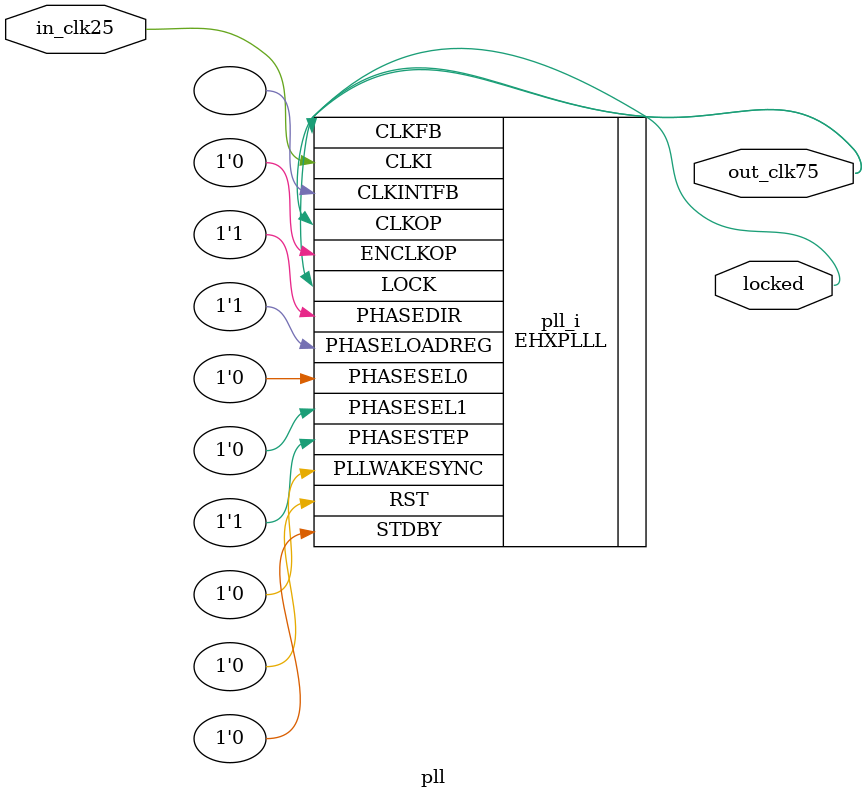
<source format=v>
module pll
(
    input in_clk25, // 25 MHz, 0 deg
    output out_clk75, // 250 MHz, 0 deg
    output locked
);
(* FREQUENCY_PIN_CLKI="25" *)
(* FREQUENCY_PIN_CLKOP="250" *)
(* ICP_CURRENT="12" *) (* LPF_RESISTOR="8" *) (* MFG_ENABLE_FILTEROPAMP="1" *) (* MFG_GMCREF_SEL="2" *)
EHXPLLL #(
        .PLLRST_ENA("DISABLED"),
        .INTFB_WAKE("DISABLED"),
        .STDBY_ENABLE("DISABLED"),
        .DPHASE_SOURCE("DISABLED"),
        .OUTDIVIDER_MUXA("DIVA"),
        .OUTDIVIDER_MUXB("DIVB"),
        .OUTDIVIDER_MUXC("DIVC"),
        .OUTDIVIDER_MUXD("DIVD"),
        .CLKI_DIV(1),
        .CLKOP_ENABLE("ENABLED"),
        .CLKOP_DIV(2),
        .CLKOP_CPHASE(0),
        .CLKOP_FPHASE(0),
        .FEEDBK_PATH("CLKOP"),
        .CLKFB_DIV(10)
    ) pll_i (
        .RST(1'b0),
        .STDBY(1'b0),
        .CLKI(in_clk25),
        .CLKOP(out_clk75),
        .CLKFB(out_clk75),
        .CLKINTFB(),
        .PHASESEL0(1'b0),
        .PHASESEL1(1'b0),
        .PHASEDIR(1'b1),
        .PHASESTEP(1'b1),
        .PHASELOADREG(1'b1),
        .PLLWAKESYNC(1'b0),
        .ENCLKOP(1'b0),
        .LOCK(locked)
	);
endmodule

</source>
